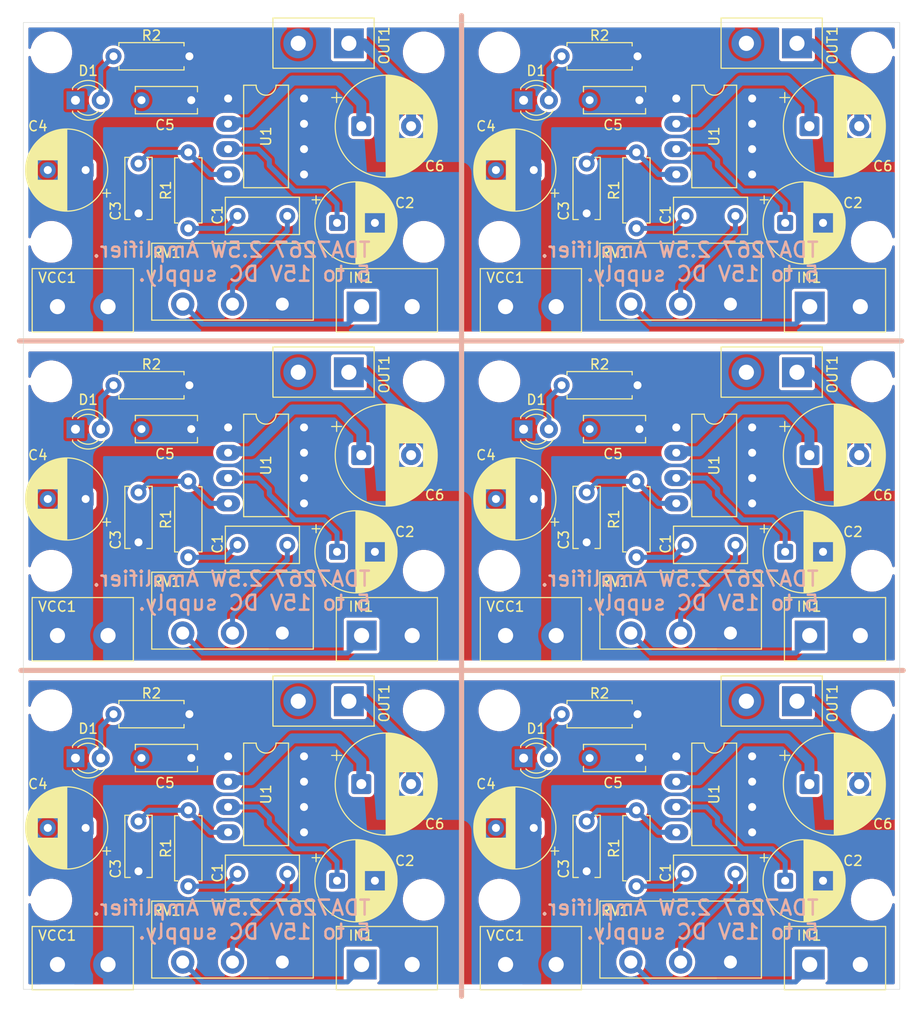
<source format=kicad_pcb>
(kicad_pcb (version 20241229) (generator "pcbnew") (generator_version "9.0")
  (layers (0 "F.Cu" signal) (2 "B.Cu" signal) (13 "F.Paste" user) (15 "B.Paste" user) (5 "F.SilkS" user "F.Silkscreen") (7 "B.SilkS" user "B.Silkscreen") (1 "F.Mask" user) (3 "B.Mask" user) (25 "Edge.Cuts" user))
  (net 0 "")
  (net 1 "Net-(C1-Pad2)")
  (net 2 "Net-(C1-Pad1)")
  (net 3 "GND")
  (net 4 "Net-(U1-SRV)")
  (net 5 "Net-(U1-In)")
  (net 6 "Net-(U1-Out)")
  (net 7 "Net-(OUT1-Pin_1)")
  (net 8 "Net-(D1-A)")
  (net 9 "Net-(IN1-Pin_1)")
  (net 10 "/VCC")
  (footprint "MountingHole:MountingHole_2.2mm_M2" (layer "F.Cu") (at 122.95 96.65)
    (property "Reference" "H4" (hide yes))
    (property "Value" "MountingHole")
  )
  (footprint "Potentiometer_THT:Potentiometer_Piher_T-16H_Single_Horizontal" (layer "F.Cu") (at 143.75 102.9 -90)
    (property "Reference" "RV1")
    (property "Value" "R_Potentiometer")
  )
  (footprint "Resistor_THT:R_Axial_DIN0207_L6.3mm_D2.5mm_P7.62mm_Horizontal" (layer "F.Cu") (at 144.31 128.2975 90)
    (property "Reference" "R1")
    (property "Value" "1K")
  )
  (footprint "TerminalBlock:TerminalBlock_bornier-2_P5.08mm" (layer "F.Cu") (at 161.71 70.15)
    (property "Reference" "IN1")
    (property "Value" "Conn_01x02_Pin")
  )
  (footprint "MountingHole:MountingHole_2.2mm_M2" (layer "F.Cu") (at 85.55 96.65)
    (property "Reference" "H3" (hide yes))
    (property "Value" "MountingHole")
  )
  (footprint "Capacitor_THT:CP_Radial_D8.0mm_P3.80mm" (layer "F.Cu") (at 114.247349 61.75)
    (property "Reference" "C2")
    (property "Value" "47uF")
  )
  (footprint "TerminalBlock:TerminalBlock_bornier-2_P5.08mm" (layer "F.Cu") (at 115.43 76.7375 180)
    (property "Reference" "OUT1")
    (property "Value" "Conn_01x02_Pin")
  )
  (footprint "Capacitor_THT:CP_Radial_D8.0mm_P3.80mm" (layer "F.Cu") (at 114.247349 94.75)
    (property "Reference" "C2")
    (property "Value" "47uF")
  )
  (footprint "MountingHole:MountingHole_2.2mm_M2" (layer "F.Cu") (at 167.95 44.65)
    (property "Reference" "H2" (hide yes))
    (property "Value" "MountingHole")
  )
  (footprint "TerminalBlock:TerminalBlock_bornier-2_P5.08mm" (layer "F.Cu") (at 160.43 76.7375 180)
    (property "Reference" "OUT1")
    (property "Value" "Conn_01x02_Pin")
  )
  (footprint "MountingHole:MountingHole_2.2mm_M2" (layer "F.Cu") (at 85.55 77.65)
    (property "Reference" "H1" (hide yes))
    (property "Value" "MountingHole")
  )
  (footprint "TerminalBlock:TerminalBlock_bornier-2_P5.08mm" (layer "F.Cu") (at 86.17 136.15)
    (property "Reference" "VCC1")
    (property "Value" "Conn_01x02_Pin")
  )
  (footprint "Capacitor_THT:CP_Radial_D8.0mm_P3.80mm" (layer "F.Cu") (at 134 56.45 180)
    (property "Reference" "C4")
    (property "Value" "100uF")
  )
  (footprint "Resistor_THT:R_Axial_DIN0207_L6.3mm_D2.5mm_P7.62mm_Horizontal" (layer "F.Cu") (at 99.31 128.2975 90)
    (property "Reference" "R1")
    (property "Value" "1K")
  )
  (footprint "MountingHole:MountingHole_2.2mm_M2" (layer "F.Cu") (at 167.95 77.65)
    (property "Reference" "H2" (hide yes))
    (property "Value" "MountingHole")
  )
  (footprint "Package_DIP:DIP-8_W7.62mm_LongPads" (layer "F.Cu") (at 103.31 82.27)
    (property "Reference" "U1")
    (property "Value" "TDA7267")
  )
  (footprint "LED_THT:LED_D3.0mm" (layer "F.Cu") (at 87.98 82.45)
    (property "Reference" "D1")
    (property "Value" "LED")
  )
  (footprint "Package_DIP:DIP-8_W7.62mm_LongPads" (layer "F.Cu") (at 103.31 49.27)
    (property "Reference" "U1")
    (property "Value" "TDA7267")
  )
  (footprint "Capacitor_THT:C_Rect_L7.2mm_W3.5mm_P5.00mm_FKS2_FKP2_MKS2_MKP2" (layer "F.Cu") (at 154.25 94.05 180)
    (property "Reference" "C1")
    (property "Value" "1uF")
  )
  (footprint "Capacitor_THT:CP_Radial_D10.0mm_P5.00mm" (layer "F.Cu") (at 116.682323 52.05)
    (property "Reference" "C6")
    (property "Value" "1000uF")
  )
  (footprint "MountingHole:MountingHole_2.2mm_M2" (layer "F.Cu") (at 130.55 77.65)
    (property "Reference" "H1" (hide yes))
    (property "Value" "MountingHole")
  )
  (footprint "Capacitor_THT:CP_Radial_D8.0mm_P3.80mm" (layer "F.Cu") (at 159.247349 127.75)
    (property "Reference" "C2")
    (property "Value" "47uF")
  )
  (footprint "LED_THT:LED_D3.0mm" (layer "F.Cu") (at 132.98 49.45)
    (property "Reference" "D1")
    (property "Value" "LED")
  )
  (footprint "Capacitor_THT:C_Disc_D6.0mm_W2.5mm_P5.00mm" (layer "F.Cu") (at 139.61 49.4375)
    (property "Reference" "C5")
    (property "Value" "100nF")
  )
  (footprint "MountingHole:MountingHole_2.2mm_M2" (layer "F.Cu") (at 85.55 63.65)
    (property "Reference" "H3" (hide yes))
    (property "Value" "MountingHole")
  )
  (footprint "Resistor_THT:R_Axial_DIN0207_L6.3mm_D2.5mm_P7.62mm_Horizontal" (layer "F.Cu") (at 144.31 95.2975 90)
    (property "Reference" "R1")
    (property "Value" "1K")
  )
  (footprint "Capacitor_THT:CP_Radial_D8.0mm_P3.80mm" (layer "F.Cu") (at 89 56.45 180)
    (property "Reference" "C4")
    (property "Value" "100uF")
  )
  (footprint "MountingHole:MountingHole_2.2mm_M2" (layer "F.Cu") (at 122.95 77.65)
    (property "Reference" "H2" (hide yes))
    (property "Value" "MountingHole")
  )
  (footprint "TerminalBlock:TerminalBlock_bornier-2_P5.08mm" (layer "F.Cu") (at 160.43 43.7375 180)
    (property "Reference" "OUT1")
    (property "Value" "Conn_01x02_Pin")
  )
  (footprint "MountingHole:MountingHole_2.2mm_M2" (layer "F.Cu") (at 130.55 129.65)
    (property "Reference" "H3" (hide yes))
    (property "Value" "MountingHole")
  )
  (footprint "Potentiometer_THT:Potentiometer_Piher_T-16H_Single_Horizontal" (layer "F.Cu") (at 98.75 69.9 -90)
    (property "Reference" "RV1")
    (property "Value" "R_Potentiometer")
  )
  (footprint "MountingHole:MountingHole_2.2mm_M2" (layer "F.Cu") (at 85.55 44.65)
    (property "Reference" "H1" (hide yes))
    (property "Value" "MountingHole")
  )
  (footprint "MountingHole:MountingHole_2.2mm_M2" (layer "F.Cu") (at 130.55 110.65)
    (property "Reference" "H1" (hide yes))
    (property "Value" "MountingHole")
  )
  (footprint "TerminalBlock:TerminalBlock_bornier-2_P5.08mm" (layer "F.Cu") (at 131.17 103.15)
    (property "Reference" "VCC1")
    (property "Value" "Conn_01x02_Pin")
  )
  (footprint "Potentiometer_THT:Potentiometer_Piher_T-16H_Single_Horizontal" (layer "F.Cu") (at 98.75 135.9 -90)
    (property "Reference" "RV1")
    (property "Value" "R_Potentiometer")
  )
  (footprint "MountingHole:MountingHole_2.2mm_M2" (layer "F.Cu") (at 122.95 63.65)
    (property "Reference" "H4" (hide yes))
    (property "Value" "MountingHole")
  )
  (footprint "MountingHole:MountingHole_2.2mm_M2" (layer "F.Cu") (at 122.95 110.65)
    (property "Reference" "H2" (hide yes))
    (property "Value" "MountingHole")
  )
  (footprint "TerminalBlock:TerminalBlock_bornier-2_P5.08mm" (layer "F.Cu") (at 115.43 43.7375 180)
    (property "Reference" "OUT1")
    (property "Value" "Conn_01x02_Pin")
  )
  (footprint "TerminalBlock:TerminalBlock_bornier-2_P5.08mm" (layer "F.Cu") (at 131.17 136.15)
    (property "Reference" "VCC1")
    (property "Value" "Conn_01x02_Pin")
  )
  (footprint "Resistor_THT:R_Axial_DIN0207_L6.3mm_D2.5mm_P7.62mm_Horizontal" (layer "F.Cu") (at 91.8 78.0375)
    (property "Reference" "R2")
    (property "Value" "1K")
  )
  (footprint "Package_DIP:DIP-8_W7.62mm_LongPads" (layer "F.Cu") (at 148.31 82.27)
    (property "Reference" "U1")
    (property "Value" "TDA7267")
  )
  (footprint "Capacitor_THT:C_Rect_L7.2mm_W3.5mm_P5.00mm_FKS2_FKP2_MKS2_MKP2" (layer "F.Cu") (at 109.25 61.05 180)
    (property "Reference" "C1")
    (property "Value" "1uF")
  )
  (footprint "Capacitor_THT:CP_Radial_D8.0mm_P3.80mm" (layer "F.Cu") (at 89 122.45 180)
    (property "Reference" "C4")
    (property "Value" "100uF")
  )
  (footprint "Capacitor_THT:CP_Radial_D8.0mm_P3.80mm" (layer "F.Cu") (at 159.247349 94.75)
    (property "Reference" "C2")
    (property "Value" "47uF")
  )
  (footprint "Capacitor_THT:C_Rect_L7.2mm_W3.5mm_P5.00mm_FKS2_FKP2_MKS2_MKP2" (layer "F.Cu") (at 154.25 61.05 180)
    (property "Reference" "C1")
    (property "Value" "1uF")
  )
  (footprint "TerminalBlock:TerminalBlock_bornier-2_P5.08mm" (layer "F.Cu") (at 86.17 103.15)
    (property "Reference" "VCC1")
    (property "Value" "Conn_01x02_Pin")
  )
  (footprint "Resistor_THT:R_Axial_DIN0207_L6.3mm_D2.5mm_P7.62mm_Horizontal" (layer "F.Cu") (at 91.8 45.0375)
    (property "Reference" "R2")
    (property "Value" "1K")
  )
  (footprint "Potentiometer_THT:Potentiometer_Piher_T-16H_Single_Horizontal" (layer "F.Cu") (at 143.75 69.9 -90)
    (property "Reference" "RV1")
    (property "Value" "R_Potentiometer")
  )
  (footprint "TerminalBlock:TerminalBlock_bornier-2_P5.08mm" (layer "F.Cu") (at 116.71 70.15)
    (property "Reference" "IN1")
    (property "Value" "Conn_01x02_Pin")
  )
  (footprint "TerminalBlock:TerminalBlock_bornier-2_P5.08mm" (layer "F.Cu") (at 116.71 103.15)
    (property "Reference" "IN1")
    (property "Value" "Conn_01x02_Pin")
  )
  (footprint "Resistor_THT:R_Axial_DIN0207_L6.3mm_D2.5mm_P7.62mm_Horizontal" (layer "F.Cu") (at 136.8 111.0375)
    (property "Reference" "R2")
    (property "Value" "1K")
  )
  (footprint "Resistor_THT:R_Axial_DIN0207_L6.3mm_D2.5mm_P7.62mm_Horizontal" (layer "F.Cu") (at 99.31 62.2975 90)
    (property "Reference" "R1")
    (property "Value" "1K")
  )
  (footprint "Capacitor_THT:C_Rect_L7.2mm_W3.5mm_P5.00mm_FKS2_FKP2_MKS2_MKP2" (layer "F.Cu") (at 109.25 127.05 180)
    (property "Reference" "C1")
    (property "Value" "1uF")
  )
  (footprint "Potentiometer_THT:Potentiometer_Piher_T-16H_Single_Horizontal" (layer "F.Cu") (at 98.75 102.9 -90)
    (property "Reference" "RV1")
    (property "Value" "R_Potentiometer")
  )
  (footprint "Capacitor_THT:C_Disc_D6.0mm_W2.5mm_P5.00mm" (layer "F.Cu") (at 139.61 115.4375)
    (property "Reference" "C5")
    (property "Value" "100nF")
  )
  (footprint "Capacitor_THT:C_Rect_L7.2mm_W3.5mm_P5.00mm_FKS2_FKP2_MKS2_MKP2" (layer "F.Cu") (at 154.25 127.05 180)
    (property "Reference" "C1")
    (property "Value" "1uF")
  )
  (footprint "Capacitor_THT:CP_Radial_D8.0mm_P3.80mm" (layer "F.Cu") (at 89 89.45 180)
    (property "Reference" "C4")
    (property "Value" "100uF")
  )
  (footprint "Capacitor_THT:C_Disc_D6.0mm_W2.5mm_P5.00mm" (layer "F.Cu") (at 94.61 82.4375)
    (property "Reference" "C5")
    (property "Value" "100nF")
  )
  (footprint "MountingHole:MountingHole_2.2mm_M2" (layer "F.Cu") (at 167.95 129.65)
    (property "Reference" "H4" (hide yes))
    (property "Value" "MountingHole")
  )
  (footprint "LED_THT:LED_D3.0mm" (layer "F.Cu") (at 132.98 115.45)
    (property "Reference" "D1")
    (property "Value" "LED")
  )
  (footprint "Capacitor_THT:C_Disc_D6.0mm_W2.5mm_P5.00mm" (layer "F.Cu") (at 139.31 60.7975 90)
    (property "Reference" "C3")
    (property "Value" "470pF")
  )
  (footprint "Resistor_THT:R_Axial_DIN0207_L6.3mm_D2.5mm_P7.62mm_Horizontal" (layer "F.Cu") (at 136.8 78.0375)
    (property "Reference" "R2")
    (property "Value" "1K")
  )
  (footprint "Potentiometer_THT:Potentiometer_Piher_T-16H_Single_Horizontal" (layer "F.Cu") (at 143.75 135.9 -90)
    (property "Reference" "RV1")
    (property "Value" "R_Potentiometer")
  )
  (footprint "TerminalBlock:TerminalBlock_bornier-2_P5.08mm" (layer "F.Cu") (at 86.17 70.15)
    (property "Reference" "VCC1")
    (property "Value" "Conn_01x02_Pin")
  )
  (footprint "Capacitor_THT:C_Disc_D6.0mm_W2.5mm_P5.00mm" (layer "F.Cu") (at 94.31 126.7975 90)
    (property "Reference" "C3")
    (property "Value" "470pF")
  )
  (footprint "TerminalBlock:TerminalBlock_bornier-2_P5.08mm" (layer "F.Cu") (at 160.43 109.7375 180)
    (property "Reference" "OUT1")
    (property "Value" "Conn_01x02_Pin")
  )
  (footprint "LED_THT:LED_D3.0mm" (layer "F.Cu") (at 132.98 82.45)
    (property "Reference" "D1")
    (property "Value" "LED")
  )
  (footprint "MountingHole:MountingHole_2.2mm_M2" (layer "F.Cu") (at 122.95 129.65)
    (property "Reference" "H4" (hide yes))
    (property "Value" "MountingHole")
  )
  (footprint "Capacitor_THT:C_Disc_D6.0mm_W2.5mm_P5.00mm" (layer "F.Cu") (at 139.31 93.7975 90)
    (property "Reference" "C3")
    (property "Value" "470pF")
  )
  (footprint "Package_DIP:DIP-8_W7.62mm_LongPads" (layer "F.Cu") (at 148.31 49.27)
    (property "Reference" "U1")
    (property "Value" "TDA7267")
  )
  (footprint "Capacitor_THT:C_Disc_D6.0mm_W2.5mm_P5.00mm" (layer "F.Cu") (at 139.31 126.7975 90)
    (property "Reference" "C3")
    (property "Value" "470pF")
  )
  (footprint "TerminalBlock:TerminalBlock_bornier-2_P5.08mm" (layer "F.Cu") (at 161.71 136.15)
    (property "Reference" "IN1")
    (property "Value" "Conn_01x02_Pin")
  )
  (footprint "Resistor_THT:R_Axial_DIN0207_L6.3mm_D2.5mm_P7.62mm_Horizontal" (layer "F.Cu") (at 144.31 62.2975 90)
    (property "Reference" "R1")
    (property "Value" "1K")
  )
  (footprint "Resistor_THT:R_Axial_DIN0207_L6.3mm_D2.5mm_P7.62mm_Horizontal" (layer "F.Cu") (at 91.8 111.0375)
    (property "Reference" "R2")
    (property "Value" "1K")
  )
  (footprint "MountingHole:MountingHole_2.2mm_M2" (layer "F.Cu") (at 167.95 96.65)
    (property "Reference" "H4" (hide yes))
    (property "Value" "MountingHole")
  )
  (footprint "Capacitor_THT:CP_Radial_D8.0mm_P3.80mm" (layer "F.Cu") (at 159.247349 61.75)
    (property "Reference" "C2")
    (property "Value" "47uF")
  )
  (footprint "Capacitor_THT:CP_Radial_D10.0mm_P5.00mm" (layer "F.Cu") (at 161.682323 85.05)
    (property "Reference" "C6")
    (property "Value" "1000uF")
  )
  (footprint "Package_DIP:DIP-8_W7.62mm_LongPads" (layer "F.Cu") (at 148.31 115.27)
    (property "Reference" "U1")
    (property "Value" "TDA7267")
  )
  (footprint "TerminalBlock:TerminalBlock_bornier-2_P5.08mm" (layer "F.Cu") (at 115.43 109.7375 180)
    (property "Reference" "OUT1")
    (property "Value" "Conn_01x02_Pin")
  )
  (footprint "Capacitor_THT:C_Disc_D6.0mm_W2.5mm_P5.00mm" (layer "F.Cu") (at 139.61 82.4375)
    (property "Reference" "C5")
    (property "Value" "100nF")
  )
  (footprint "Capacitor_THT:CP_Radial_D8.0mm_P3.80mm" (layer "F.Cu") (at 134 89.45 180)
    (property "Reference" "C4")
    (property "Value" "100uF")
  )
  (footprint "Capacitor_THT:C_Rect_L7.2mm_W3.5mm_P5.00mm_FKS2_FKP2_MKS2_MKP2" (layer "F.Cu") (at 109.25 94.05 180)
    (property "Reference" "C1")
    (property "Value" "1uF")
  )
  (footprint "Capacitor_THT:CP_Radial_D8.0mm_P3.80mm" (layer "F.Cu") (at 114.247349 127.75)
    (property "Reference" "C2")
    (property "Value" "47uF")
  )
  (footprint "TerminalBlock:TerminalBlock_bornier-2_P5.08mm" (layer "F.Cu") (at 131.17 70.15)
    (property "Reference" "VCC1")
    (property "Value" "Conn_01x02_Pin")
  )
  (footprint "MountingHole:MountingHole_2.2mm_M2" (layer "F.Cu") (at 130.55 44.65)
    (property "Reference" "H1" (hide yes))
    (property "Value" "MountingHole")
  )
  (footprint "MountingHole:MountingHole_2.2mm_M2" (layer "F.Cu") (at 167.95 110.65)
    (property "Reference" "H2" (hide yes))
    (property "Value" "MountingHole")
  )
  (footprint "TerminalBlock:TerminalBlock_bornier-2_P5.08mm" (layer "F.Cu") (at 116.71 136.15)
    (property "Reference" "IN1")
    (property "Value" "Conn_01x02_Pin")
  )
  (footprint "Capacitor_THT:C_Disc_D6.0mm_W2.5mm_P5.00mm" (layer "F.Cu") (at 94.61 115.4375)
    (property "Reference" "C5")
    (property "Value" "100nF")
  )
  (footprint "MountingHole:MountingHole_2.2mm_M2" (layer "F.Cu") (at 130.55 63.65)
    (property "Reference" "H3" (hide yes))
    (property "Value" "MountingHole")
  )
  (footprint "MountingHole:MountingHole_2.2mm_M2" (layer "F.Cu") (at 85.55 129.65)
    (property "Reference" "H3" (hide yes))
    (property "Value" "MountingHole")
  )
  (footprint "Resistor_THT:R_Axial_DIN0207_L6.3mm_D2.5mm_P7.62mm_Horizontal" (layer "F.Cu") (at 136.8 45.0375)
    (property "Reference" "R2")
    (property "Value" "1K")
  )
  (footprint "MountingHole:MountingHole_2.2mm_M2" (layer "F.Cu") (at 122.95 44.65)
    (property "Reference" "H2" (hide yes))
    (property "Value" "MountingHole")
  )
  (footprint "LED_THT:LED_D3.0mm" (layer "F.Cu") (at 87.98 115.45)
    (property "Reference" "D1")
    (property "Value" "LED")
  )
  (footprint "LED_THT:LED_D3.0mm" (layer "F.Cu") (at 87.98 49.45)
    (property "Reference" "D1")
    (property "Value" "LED")
  )
  (footprint "Capacitor_THT:C_Disc_D6.0mm_W2.5mm_P5.00mm" (layer "F.Cu") (at 94.61 49.4375)
    (property "Reference" "C5")
    (property "Value" "100nF")
  )
  (footprint "Capacitor_THT:CP_Radial_D10.0mm_P5.00mm" (layer "F.Cu") (at 116.682323 118.05)
    (property "Reference" "C6")
    (property "Value" "1000uF")
  )
  (footprint "Capacitor_THT:C_Disc_D6.0mm_W2.5mm_P5.00mm" (layer "F.Cu") (at 94.31 60.7975 90)
    (property "Reference" "C3")
    (property "Value" "470pF")
  )
  (footprint "Package_DIP:DIP-8_W7.62mm_LongPads" (layer "F.Cu") (at 103.31 115.27)
    (property "Reference" "U1")
    (property "Value" "TDA7267")
  )
  (footprint "Capacitor_THT:C_Disc_D6.0mm_W2.5mm_P5.00mm" (layer "F.Cu") (at 94.31 93.7975 90)
    (property "Reference" "C3")
    (property "Value" "470pF")
  )
  (footprint "Capacitor_THT:CP_Radial_D8.0mm_P3.80mm" (layer "F.Cu") (at 134 122.45 180)
    (property "Reference" "C4")
    (property "Value" "100uF")
  )
  (footprint "TerminalBlock:TerminalBlock_bornier-2_P5.08mm" (layer "F.Cu") (at 161.71 103.15)
    (property "Reference" "IN1")
    (property "Value" "Conn_01x02_Pin")
  )
  (footprint "Capacitor_THT:CP_Radial_D10.0mm_P5.00mm" (layer "F.Cu") (at 161.682323 118.05)
    (property "Reference" "C6")
    (property "Value" "1000uF")
  )
  (footprint "MountingHole:MountingHole_2.2mm_M2" (layer "F.Cu") (at 130.55 96.65)
    (property "Reference" "H3" (hide yes))
    (property "Value" "MountingHole")
  )
  (footprint "Resistor_THT:R_Axial_DIN0207_L6.3mm_D2.5mm_P7.62mm_Horizontal" (layer "F.Cu") (at 99.31 95.2975 90)
    (property "Reference" "R1")
    (property "Value" "1K")
  )
  (footprint "MountingHole:MountingHole_2.2mm_M2" (layer "F.Cu") (at 85.55 110.65)
    (property "Reference" "H1" (hide yes))
    (property "Value" "MountingHole")
  )
  (footprint "MountingHole:MountingHole_2.2mm_M2" (layer "F.Cu") (at 167.95 63.65)
    (property "Reference" "H4" (hide yes))
    (property "Value" "MountingHole")
  )
  (footprint "Capacitor_THT:CP_Radial_D10.0mm_P5.00mm" (layer "F.Cu") (at 116.682323 85.05)
    (property "Reference" "C6")
    (property "Value" "1000uF")
  )
  (footprint "Capacitor_THT:CP_Radial_D10.0mm_P5.00mm" (layer "F.Cu") (at 161.682323 52.05)
    (property "Reference" "C6")
    (property "Value" "1000uF")
  )
  (gr_line (start 82.35 73.595455) (end 170.95 73.595455) (stroke (width 0.5)) (layer "F.SilkS"))
  (gr_line (start 126.75 40.945455) (end 126.75 139.345455) (stroke (width 0.5)) (layer "F.SilkS"))
  (gr_line (start 82.5 106.645455) (end 171.1 106.645455) (stroke (width 0.5)) (layer "F.SilkS"))
  (gr_line (start 82.5 106.645455) (end 171.1 106.645455) (stroke (width 0.5)) (layer "B.SilkS"))
  (gr_line (start 126.75 40.945455) (end 126.75 139.345455) (stroke (width 0.5)) (layer "B.SilkS"))
  (gr_line (start 82.35 73.595455) (end 170.95 73.595455) (stroke (width 0.5)) (layer "B.SilkS"))
  (gr_rect (start 82.75 41.645455) (end 170.75 138.645455) (stroke (width 0.05)) (fill no) (layer "Edge.Cuts"))
  (gr_text "TDA7267 2.5W Amplifier.\n5 to 15V DC supply." (at 162.75 67.75 0) (layer "B.SilkS") (effects (font (size 1.5 1.5) (thickness 0.25) (bold yes)) (justify left bottom mirror)))
  (gr_text "TDA7267 2.5W Amplifier.\n5 to 15V DC supply." (at 162.75 100.75 0) (layer "B.SilkS") (effects (font (size 1.5 1.5) (thickness 0.25) (bold yes)) (justify left bottom mirror)))
  (gr_text "TDA7267 2.5W Amplifier.\n5 to 15V DC supply." (at 117.75 100.75 0) (layer "B.SilkS") (effects (font (size 1.5 1.5) (thickness 0.25) (bold yes)) (justify left bottom mirror)))
  (gr_text "TDA7267 2.5W Amplifier.\n5 to 15V DC supply." (at 162.75 133.75 0) (layer "B.SilkS") (effects (font (size 1.5 1.5) (thickness 0.25) (bold yes)) (justify left bottom mirror)))
  (gr_text "TDA7267 2.5W Amplifier.\n5 to 15V DC supply." (at 117.75 133.75 0) (layer "B.SilkS") (effects (font (size 1.5 1.5) (thickness 0.25) (bold yes)) (justify left bottom mirror)))
  (gr_text "TDA7267 2.5W Amplifier.\n5 to 15V DC supply." (at 117.75 67.75 0) (layer "B.SilkS") (effects (font (size 1.5 1.5) (thickness 0.25) (bold yes)) (justify left bottom mirror)))
  (segment (start 99.31 62.2975) (end 103.0025 62.2975) (width 0.5) (layer "B.Cu") (net 1))
  (segment (start 148.0025 62.2975) (end 149.25 61.05) (width 0.5) (layer "B.Cu") (net 1))
  (segment (start 144.31 128.2975) (end 148.0025 128.2975) (width 0.5) (layer "B.Cu") (net 1))
  (segment (start 144.31 95.2975) (end 148.0025 95.2975) (width 0.5) (layer "B.Cu") (net 1))
  (segment (start 103.0025 62.2975) (end 104.25 61.05) (width 0.5) (layer "B.Cu") (net 1))
  (segment (start 103.0025 95.2975) (end 104.25 94.05) (width 0.5) (layer "B.Cu") (net 1))
  (segment (start 99.31 95.2975) (end 103.0025 95.2975) (width 0.5) (layer "B.Cu") (net 1))
  (segment (start 148.0025 128.2975) (end 149.25 127.05) (width 0.5) (layer "B.Cu") (net 1))
  (segment (start 148.0025 95.2975) (end 149.25 94.05) (width 0.5) (layer "B.Cu") (net 1))
  (segment (start 103.0025 128.2975) (end 104.25 127.05) (width 0.5) (layer "B.Cu") (net 1))
  (segment (start 99.31 128.2975) (end 103.0025 128.2975) (width 0.5) (layer "B.Cu") (net 1))
  (segment (start 144.31 62.2975) (end 148.0025 62.2975) (width 0.5) (layer "B.Cu") (net 1))
  (segment (start 148.75 68.05) (end 154.25 62.55) (width 0.5) (layer "B.Cu") (net 2))
  (segment (start 148.75 135.9) (end 148.75 134.05) (width 0.5) (layer "B.Cu") (net 2))
  (segment (start 154.25 95.55) (end 154.25 94.05) (width 0.5) (layer "B.Cu") (net 2))
  (segment (start 148.75 134.05) (end 154.25 128.55) (width 0.5) (layer "B.Cu") (net 2))
  (segment (start 103.75 134.05) (end 109.25 128.55) (width 0.5) (layer "B.Cu") (net 2))
  (segment (start 103.75 101.05) (end 109.25 95.55) (width 0.5) (layer "B.Cu") (net 2))
  (segment (start 109.25 95.55) (end 109.25 94.05) (width 0.5) (layer "B.Cu") (net 2))
  (segment (start 148.75 101.05) (end 154.25 95.55) (width 0.5) (layer "B.Cu") (net 2))
  (segment (start 109.25 128.55) (end 109.25 127.05) (width 0.5) (layer "B.Cu") (net 2))
  (segment (start 103.75 102.9) (end 103.75 101.05) (width 0.5) (layer "B.Cu") (net 2))
  (segment (start 148.75 102.9) (end 148.75 101.05) (width 0.5) (layer "B.Cu") (net 2))
  (segment (start 103.75 68.05) (end 109.25 62.55) (width 0.5) (layer "B.Cu") (net 2))
  (segment (start 154.25 62.55) (end 154.25 61.05) (width 0.5) (layer "B.Cu") (net 2))
  (segment (start 148.75 69.9) (end 148.75 68.05) (width 0.5) (layer "B.Cu") (net 2))
  (segment (start 103.75 135.9) (end 103.75 134.05) (width 0.5) (layer "B.Cu") (net 2))
  (segment (start 103.75 69.9) (end 103.75 68.05) (width 0.5) (layer "B.Cu") (net 2))
  (segment (start 154.25 128.55) (end 154.25 127.05) (width 0.5) (layer "B.Cu") (net 2))
  (segment (start 109.25 62.55) (end 109.25 61.05) (width 0.5) (layer "B.Cu") (net 2))
  (segment (start 154.996555 58.55) (end 152.45 56.003445) (width 0.5) (layer "B.Cu") (net 4))
  (segment (start 107.45 121.45) (end 107.45 121.85) (width 0.5) (layer "B.Cu") (net 4))
  (segment (start 159.247349 61.75) (end 159.247349 59.847349) (width 0.5) (layer "B.Cu") (net 4))
  (segment (start 114.247349 61.75) (end 114.247349 59.847349) (width 0.5) (layer "B.Cu") (net 4))
  (segment (start 152.45 55.45) (end 152.45 55.85) (width 0.5) (layer "B.Cu") (net 4))
  (segment (start 159.247349 127.75) (end 159.247349 125.847349) (width 0.5) (layer "B.Cu") (net 4))
  (segment (start 112.95 58.55) (end 109.996555 58.55) (width 0.5) (layer "B.Cu") (net 4))
  (segment (start 151.35 54.35) (end 152.45 55.45) (width 0.5) (layer "B.Cu") (net 4))
  (segment (start 148.31 54.35) (end 151.35 54.35) (width 0.5) (layer "B.Cu") (net 4))
  (segment (start 154.996555 91.55) (end 152.45 89.003445) (width 0.5) (layer "B.Cu") (net 4))
  (segment (start 157.95 91.55) (end 154.996555 91.55) (width 0.5) (layer "B.Cu") (net 4))
  (segment (start 152.45 56.003445) (end 152.45 55.85) (width 0.5) (layer "B.Cu") (net 4))
  (segment (start 157.95 58.55) (end 154.996555 58.55) (width 0.5) (layer "B.Cu") (net 4))
  (segment (start 107.45 89.003445) (end 107.45 88.85) (width 0.5) (layer "B.Cu") (net 4))
  (segment (start 152.45 88.45) (end 152.45 88.85) (width 0.5) (layer "B.Cu") (net 4))
  (segment (start 107.45 55.45) (end 107.45 55.85) (width 0.5) (layer "B.Cu") (net 4))
  (segment (start 151.35 87.35) (end 152.45 88.45) (width 0.5) (layer "B.Cu") (net 4))
  (segment (start 114.247349 125.847349) (end 112.95 124.55) (width 0.5) (layer "B.Cu") (net 4))
  (segment (start 106.35 54.35) (end 107.45 55.45) (width 0.5) (layer "B.Cu") (net 4))
  (segment (start 148.31 87.35) (end 151.35 87.35) (width 0.5) (layer "B.Cu") (net 4))
  (segment (start 112.95 124.55) (end 109.996555 124.55) (width 0.5) (layer "B.Cu") (net 4))
  (segment (start 109.996555 58.55) (end 107.45 56.003445) (width 0.5) (layer "B.Cu") (net 4))
  (segment (start 159.247349 125.847349) (end 157.95 124.55) (width 0.5) (layer "B.Cu") (net 4))
  (segment (start 114.247349 127.75) (end 114.247349 125.847349) (width 0.5) (layer "B.Cu") (net 4))
  (segment (start 107.45 56.003445) (end 107.45 55.85) (width 0.5) (layer "B.Cu") (net 4))
  (segment (start 107.45 88.45) (end 107.45 88.85) (width 0.5) (layer "B.Cu") (net 4))
  (segment (start 151.35 120.35) (end 152.45 121.45) (width 0.5) (layer "B.Cu") (net 4))
  (segment (start 148.31 120.35) (end 151.35 120.35) (width 0.5) (layer "B.Cu") (net 4))
  (segment (start 103.31 54.35) (end 106.35 54.35) (width 0.5) (layer "B.Cu") (net 4))
  (segment (start 114.247349 92.847349) (end 112.95 91.55) (width 0.5) (layer "B.Cu") (net 4))
  (segment (start 109.996555 91.55) (end 107.45 89.003445) (width 0.5) (layer "B.Cu") (net 4))
  (segment (start 103.31 120.35) (end 106.35 120.35) (width 0.5) (layer "B.Cu") (net 4))
  (segment (start 106.35 120.35) (end 107.45 121.45) (width 0.5) (layer "B.Cu") (net 4))
  (segment (start 106.35 87.35) (end 107.45 88.45) (width 0.5) (layer "B.Cu") (net 4))
  (segment (start 109.996555 124.55) (end 107.45 122.003445) (width 0.5) (layer "B.Cu") (net 4))
  (segment (start 114.247349 59.847349) (end 112.95 58.55) (width 0.5) (layer "B.Cu") (net 4))
  (segment (start 159.247349 94.75) (end 159.247349 92.847349) (width 0.5) (layer "B.Cu") (net 4))
  (segment (start 159.247349 92.847349) (end 157.95 91.55) (width 0.5) (layer "B.Cu") (net 4))
  (segment (start 103.31 87.35) (end 106.35 87.35) (width 0.5) (layer "B.Cu") (net 4))
  (segment (start 112.95 91.55) (end 109.996555 91.55) (width 0.5) (layer "B.Cu") (net 4))
  (segment (start 107.45 122.003445) (end 107.45 121.85) (width 0.5) (layer "B.Cu") (net 4))
  (segment (start 159.247349 59.847349) (end 157.95 58.55) (width 0.5) (layer "B.Cu") (net 4))
  (segment (start 157.95 124.55) (end 154.996555 124.55) (width 0.5) (layer "B.Cu") (net 4))
  (segment (start 152.45 121.45) (end 152.45 121.85) (width 0.5) (layer "B.Cu") (net 4))
  (segment (start 152.45 89.003445) (end 152.45 88.85) (width 0.5) (layer "B.Cu") (net 4))
  (segment (start 154.996555 124.55) (end 152.45 122.003445) (width 0.5) (layer "B.Cu") (net 4))
  (segment (start 152.45 122.003445) (end 152.45 121.85) (width 0.5) (layer "B.Cu") (net 4))
  (segment (start 114.247349 94.75) (end 114.247349 92.847349) (width 0.5) (layer "B.Cu") (net 4))
  (segment (start 99.31 54.6775) (end 101.5225 56.89) (width 0.5) (layer "B.Cu") (net 5))
  (segment (start 144.31 54.6775) (end 146.5225 56.89) (width 0.5) (layer "B.Cu") (net 5))
  (segment (start 95.15 54.95) (end 95.4225 54.6775) (width 0.5) (layer "B.Cu") (net 5))
  (segment (start 140.4225 87.6775) (end 144.31 87.6775) (width 0.5) (layer "B.Cu") (net 5))
  (segment (start 139.31 88.7975) (end 140.15 87.9575) (width 0.5) (layer "B.Cu") (net 5))
  (segment (start 144.31 120.6775) (end 146.5225 122.89) (width 0.5) (layer "B.Cu") (net 5))
  (segment (start 94.31 88.7975) (end 95.15 87.9575) (width 0.5) (layer "B.Cu") (net 5))
  (segment (start 140.15 54.95) (end 140.4225 54.6775) (width 0.5) (layer "B.Cu") (net 5))
  (segment (start 146.5225 122.89) (end 148.31 122.89) (width 0.5) (layer "B.Cu") (net 5))
  (segment (start 140.15 120.9575) (end 140.15 120.95) (width 0.5) (layer "B.Cu") (net 5))
  (segment (start 140.15 120.95) (end 140.4225 120.6775) (width 0.5) (layer "B.Cu") (net 5))
  (segment (start 99.31 87.6775) (end 101.5225 89.89) (width 0.5) (layer "B.Cu") (net 5))
  (segment (start 140.15 54.9575) (end 140.15 54.95) (width 0.5) (layer "B.Cu") (net 5))
  (segment (start 140.4225 120.6775) (end 144.31 120.6775) (width 0.5) (layer "B.Cu") (net 5))
  (segment (start 95.15 87.95) (end 95.4225 87.6775) (width 0.5) (layer "B.Cu") (net 5))
  (segment (start 140.15 87.9575) (end 140.15 87.95) (width 0.5) (layer "B.Cu") (net 5))
  (segment (start 139.31 55.7975) (end 140.15 54.9575) (width 0.5) (layer "B.Cu") (net 5))
  (segment (start 99.31 120.6775) (end 101.5225 122.89) (width 0.5) (layer "B.Cu") (net 5))
  (segment (start 101.5225 89.89) (end 103.31 89.89) (width 0.5) (layer "B.Cu") (net 5))
  (segment (start 95.15 120.95) (end 95.4225 120.6775) (width 0.5) (layer "B.Cu") (net 5))
  (segment (start 139.31 121.7975) (end 140.15 120.9575) (width 0.5) (layer "B.Cu") (net 5))
  (segment (start 95.4225 87.6775) (end 99.31 87.6775) (width 0.5) (layer "B.Cu") (net 5))
  (segment (start 95.4225 54.6775) (end 99.31 54.6775) (width 0.5) (layer "B.Cu") (net 5))
  (segment (start 140.15 87.95) (end 140.4225 87.6775) (width 0.5) (layer "B.Cu") (net 5))
  (segment (start 95.15 54.9575) (end 95.15 54.95) (width 0.5) (layer "B.Cu") (net 5))
  (segment (start 144.31 87.6775) (end 146.5225 89.89) (width 0.5) (layer "B.Cu") (net 5))
  (segment (start 101.5225 122.89) (end 103.31 122.89) (width 0.5) (layer "B.Cu") (net 5))
  (segment (start 94.31 121.7975) (end 95.15 120.9575) (width 0.5) (layer "B.Cu") (net 5))
  (segment (start 94.31 55.7975) (end 95.15 54.9575) (width 0.5) (layer "B.Cu") (net 5))
  (segment (start 146.5225 56.89) (end 148.31 56.89) (width 0.5) (layer "B.Cu") (net 5))
  (segment (start 101.5225 56.89) (end 103.31 56.89) (width 0.5) (layer "B.Cu") (net 5))
  (segment (start 95.15 120.9575) (end 95.15 120.95) (width 0.5) (layer "B.Cu") (net 5))
  (segment (start 140.4225 54.6775) (end 144.31 54.6775) (width 0.5) (layer "B.Cu") (net 5))
  (segment (start 95.15 87.9575) (end 95.15 87.95) (width 0.5) (layer "B.Cu") (net 5))
  (segment (start 95.4225 120.6775) (end 99.31 120.6775) (width 0.5) (layer "B.Cu") (net 5))
  (segment (start 146.5225 89.89) (end 148.31 89.89) (width 0.5) (layer "B.Cu") (net 5))
  (segment (start 116.682323 115.782323) (end 116.682323 118.05) (width 1) (layer "B.Cu") (net 6))
  (segment (start 150.59 117.663001) (end 148.456999 117.663001) (width 1) (layer "B.Cu") (net 6))
  (segment (start 154.784001 47.469) (end 150.59 51.663001) (width 1) (layer "B.Cu") (net 6))
  (segment (start 159.369 113.469) (end 161.682323 115.782323) (width 1) (layer "B.Cu") (net 6))
  (segment (start 116.682323 49.782323) (end 116.682323 52.05) (width 1) (layer "B.Cu") (net 6))
  (segment (start 114.369 80.469) (end 109.784001 80.469) (width 1) (layer "B.Cu") (net 6))
  (segment (start 109.784001 113.469) (end 105.59 117.663001) (width 1) (layer "B.Cu") (net 6))
  (segment (start 114.369 113.469) (end 116.682323 115.782323) (width 1) (layer "B.Cu") (net 6))
  (segment (start 148.456999 84.663001) (end 148.31 84.81) (width 1) (layer "B.Cu") (net 6))
  (segment (start 103.456999 84.663001) (end 103.31 84.81) (width 1) (layer "B.Cu") (net 6))
  (segment (start 109.784001 80.469) (end 105.59 84.663001) (width 1) (layer "B.Cu") (net 6))
  (segment (start 109.784001 47.469) (end 105.59 51.663001) (width 1) (layer "B.Cu") (net 6))
  (segment (start 114.369 47.469) (end 109.784001 47.469) (width 1) (layer "B.Cu") (net 6))
  (segment (start 114.369 113.469) (end 109.784001 113.469) (width 1) (layer "B.Cu") (net 6))
  (segment (start 148.456999 117.663001) (end 148.31 117.81) (width 1) (layer "B.Cu") (net 6))
  (segment (start 114.369 47.469) (end 116.682323 49.782323) (width 1) (layer "B.Cu") (net 6))
  (segment (start 105.59 84.663001) (end 103.456999 84.663001) (width 1) (layer "B.Cu") (net 6))
  (segment (start 159.369 80.469) (end 154.784001 80.469) (width 1) (layer "B.Cu") (net 6))
  (segment (start 159.369 47.469) (end 161.682323 49.782323) (width 1) (layer "B.Cu") (net 6))
  (segment (start 105.59 117.663001) (end 103.456999 117.663001) (width 1) (layer "B.Cu") (net 6))
  (segment (start 105.59 51.663001) (end 103.456999 51.663001) (width 1) (layer "B.Cu") (net 6))
  (segment (start 154.784001 113.469) (end 150.59 117.663001) (width 1) (layer "B.Cu") (net 6))
  (segment (start 154.784001 80.469) (end 150.59 84.663001) (width 1) (layer "B.Cu") (net 6))
  (segment (start 161.682323 82.782323) (end 161.682323 85.05) (width 1) (layer "B.Cu") (net 6))
  (segment (start 150.59 51.663001) (end 148.456999 51.663001) (width 1) (layer "B.Cu") (net 6))
  (segment (start 161.682323 49.782323) (end 161.682323 52.05) (width 1) (layer "B.Cu") (net 6))
  (segment (start 103.456999 117.663001) (end 103.31 117.81) (width 1) (layer "B.Cu") (net 6))
  (segment (start 159.369 80.469) (end 161.682323 82.782323) (width 1) (layer "B.Cu") (net 6))
  (segment (start 114.369 80.469) (end 116.682323 82.782323) (width 1) (layer "B.Cu") (net 6))
  (segment (start 150.59 84.663001) (end 148.456999 84.663001) (width 1) (layer "B.Cu") (net 6))
  (segment (start 148.456999 51.663001) (end 148.31 51.81) (width 1) (layer "B.Cu") (net 6))
  (segment (start 103.456999 51.663001) (end 103.31 51.81) (width 1) (layer "B.Cu") (net 6))
  (segment (start 159.369 113.469) (end 154.784001 113.469) (width 1) (layer "B.Cu") (net 6))
  (segment (start 116.682323 82.782323) (end 116.682323 85.05) (width 1) (layer "B.Cu") (net 6))
  (segment (start 159.369 47.469) (end 154.784001 47.469) (width 1) (layer "B.Cu") (net 6))
  (segment (start 161.682323 115.782323) (end 161.682323 118.05) (width 1) (layer "B.Cu") (net 6))
  (segment (start 121.682323 114.482323) (end 121.682323 118.05) (width 1) (layer "B.Cu") (net 7))
  (segment (start 116.9375 76.7375) (end 121.682323 81.482323) (width 1) (layer "B.Cu") (net 7))
  (segment (start 116.9375 43.7375) (end 115.43 43.7375) (width 1) (layer "B.Cu") (net 7))
  (segment (start 166.682323 81.482323) (end 166.682323 85.05) (width 1) (layer "B.Cu") (net 7))
  (segment (start 161.9375 43.7375) (end 160.43 43.7375) (width 1) (layer "B.Cu") (net 7))
  (segment (start 166.682323 114.482323) (end 166.682323 118.05) (width 1) (layer "B.Cu") (net 7))
  (segment (start 121.682323 81.482323) (end 121.682323 85.05) (width 1) (layer "B.Cu") (net 7))
  (segment (start 116.9375 109.7375) (end 115.43 109.7375) (width 1) (layer "B.Cu") (net 7))
  (segment (start 116.9375 109.7375) (end 121.682323 114.482323) (width 1) (layer "B.Cu") (net 7))
  (segment (start 161.9375 109.7375) (end 160.43 109.7375) (width 1) (layer "B.Cu") (net 7))
  (segment (start 121.682323 48.482323) (end 121.682323 52.05) (width 1) (layer "B.Cu") (net 7))
  (segment (start 116.9375 43.7375) (end 121.682323 48.482323) (width 1) (layer "B.Cu") (net 7))
  (segment (start 161.9375 76.7375) (end 166.682323 81.482323) (width 1) (layer "B.Cu") (net 7))
  (segment (start 166.682323 48.482323) (end 166.682323 52.05) (width 1) (layer "B.Cu") (net 7))
  (segment (start 161.9375 109.7375) (end 166.682323 114.482323) (width 1) (layer "B.Cu") (net 7))
  (segment (start 116.9375 76.7375) (end 115.43 76.7375) (width 1) (layer "B.Cu") (net 7))
  (segment (start 161.9375 43.7375) (end 166.682323 48.482323) (width 1) (layer "B.Cu") (net 7))
  (segment (start 161.9375 76.7375) (end 160.43 76.7375) (width 1) (layer "B.Cu") (net 7))
  (segment (start 90.52 82.45) (end 90.52 79.3175) (width 0.5) (layer "B.Cu") (net 8))
  (segment (start 135.52 112.3175) (end 136.8 111.0375) (width 0.5) (layer "B.Cu") (net 8))
  (segment (start 135.52 82.45) (end 135.52 79.3175) (width 0.5) (layer "B.Cu") (net 8))
  (segment (start 90.52 79.3175) (end 91.8 78.0375) (width 0.5) (layer "B.Cu") (net 8))
  (segment (start 90.52 112.3175) (end 91.8 111.0375) (width 0.5) (layer "B.Cu") (net 8))
  (segment (start 90.52 49.45) (end 90.52 46.3175) (width 0.5) (layer "B.Cu") (net 8))
  (segment (start 135.52 79.3175) (end 136.8 78.0375) (width 0.5) (layer "B.Cu") (net 8))
  (segment (start 135.52 115.45) (end 135.52 112.3175) (width 0.5) (layer "B.Cu") (net 8))
  (segment (start 90.52 115.45) (end 90.52 112.3175) (width 0.5) (layer "B.Cu") (net 8))
  (segment (start 90.52 46.3175) (end 91.8 45.0375) (width 0.5) (layer "B.Cu") (net 8))
  (segment (start 135.52 49.45) (end 135.52 46.3175) (width 0.5) (layer "B.Cu") (net 8))
  (segment (start 135.52 46.3175) (end 136.8 45.0375) (width 0.5) (layer "B.Cu") (net 8))
  (segment (start 160.301 137.899) (end 145.749 137.899) (width 0.5) (layer "B.Cu") (net 9))
  (segment (start 100.749 71.899) (end 98.75 69.9) (width 0.5) (layer "B.Cu") (net 9))
  (segment (start 100.749 104.899) (end 98.75 102.9) (width 0.5) (layer "B.Cu") (net 9))
  (segment (start 161.71 136.15) (end 161.71 136.49) (width 0.5) (layer "B.Cu") (net 9))
  (segment (start 161.71 103.49) (end 160.301 104.899) (width 0.5) (layer "B.Cu") (net 9))
  (segment (start 160.301 71.899) (end 145.749 71.899) (width 0.5) (layer "B.Cu") (net 9))
  (segment (start 116.71 136.15) (end 116.71 136.49) (width 0.5) (layer "B.Cu") (net 9))
  (segment (start 116.71 103.15) (end 116.71 103.49) (width 0.5) (layer "B.Cu") (net 9))
  (segment (start 145.749 71.899) (end 143.75 69.9) (width 0.5) (layer "B.Cu") (net 9))
  (segment (start 161.71 70.49) (end 160.301 71.899) (width 0.5) (layer "B.Cu") (net 9))
  (segment (start 160.301 104.899) (end 145.749 104.899) (width 0.5) (layer "B.Cu") (net 9))
  (segment (start 145.749 104.899) (end 143.75 102.9) (width 0.5) (layer "B.Cu") (net 9))
  (segment (start 115.301 104.899) (end 100.749 104.899) (width 0.5) (layer "B.Cu") (net 9))
  (segment (start 161.71 70.15) (end 161.71 70.49) (width 0.5) (layer "B.Cu") (net 9))
  (segment (start 145.749 137.899) (end 143.75 135.9) (width 0.5) (layer "B.Cu") (net 9))
  (segment (start 161.71 103.15) (end 161.71 103.49) (width 0.5) (layer "B.Cu") (net 9))
  (segment (start 161.71 136.49) (end 160.301 137.899) (width 0.5) (layer "B.Cu") (net 9))
  (segment (start 115.301 71.899) (end 100.749 71.899) (width 0.5) (layer "B.Cu") (net 9))
  (segment (start 116.71 103.49) (end 115.301 104.899) (width 0.5) (layer "B.Cu") (net 9))
  (segment (start 115.301 137.899) (end 100.749 137.899) (width 0.5) (layer "B.Cu") (net 9))
  (segment (start 116.71 136.49) (end 115.301 137.899) (width 0.5) (layer "B.Cu") (net 9))
  (segment (start 116.71 70.49) (end 115.301 71.899) (width 0.5) (layer "B.Cu") (net 9))
  (segment (start 100.749 137.899) (end 98.75 135.9) (width 0.5) (layer "B.Cu") (net 9))
  (segment (start 116.71 70.15) (end 116.71 70.49) (width 0.5) (layer "B.Cu") (net 9))
  (zone (net 3) (net_name "GND") (layer "F.Cu") (connect_pads yes (clearance 0.3)) (min_thickness 0.25) (fill yes (thermal_gap 0.5) (thermal_bridge_width 10))
    (polygon (pts (xy 80.75 107.65) (xy 172.75 107.65) (xy 172.75 138.65) (xy 80.75 138.65)))
  )
  (zone (net 3) (net_name "GND") (layer "F.Cu") (connect_pads yes (clearance 0.3)) (min_thickness 0.25) (fill yes (thermal_gap 0.5) (thermal_bridge_width 10))
    (polygon (pts (xy 80.75 41.65) (xy 172.8 41.65) (xy 172.8 72.65) (xy 80.75 72.65)))
  )
  (zone (net 3) (net_name "GND") (layer "F.Cu") (connect_pads yes (clearance 0.3)) (min_thickness 0.25) (fill yes (thermal_gap 0.5) (thermal_bridge_width 10))
    (polygon (pts (xy 80.75 74.65) (xy 172.85 74.65) (xy 172.85 105.65) (xy 80.75 105.65)))
  )
  (zone (net 3) (net_name "GND") (layer "B.Cu") (priority 1) (connect_pads yes (clearance 0.3)) (min_thickness 0.25) (fill yes (thermal_gap 0.5) (thermal_bridge_width 0.5))
    (polygon (pts (xy 135.75 105.65) (xy 135.75 85.15) (xy 150 85.15) (xy 155 80.4) (xy 159.5 80.4) (xy 161.75 82.9) (xy 162.25 89.65) (xy 172.25 89.65) (xy 172.25 105.65)))
  )
  (zone (net 3) (net_name "GND") (layer "B.Cu") (priority 1) (connect_pads yes (clearance 0.3)) (min_thickness 0.25) (fill yes (thermal_gap 0.5) (thermal_bridge_width 0.5))
    (polygon (pts (xy 90.75 72.65) (xy 90.75 52.15) (xy 105 52.15) (xy 110 47.4) (xy 114.5 47.4) (xy 116.75 49.9) (xy 117.25 56.65) (xy 126.75 56.65) (xy 126.75 72.65)))
  )
  (zone (net 10) (net_name "/VCC") (layer "B.Cu") (connect_pads yes (clearance 0.3)) (min_thickness 0.25) (fill yes (thermal_gap 0.5) (thermal_bridge_width 10))
    (polygon (pts (xy 80.75 107.65) (xy 172.25 107.65) (xy 172.25 138.65) (xy 80.75 138.65)))
  )
  (zone (net 10) (net_name "/VCC") (layer "B.Cu") (connect_pads yes (clearance 0.3)) (min_thickness 0.25) (fill yes (thermal_gap 0.5) (thermal_bridge_width 10))
    (polygon (pts (xy 80.75 74.65) (xy 172.35 74.65) (xy 172.35 105.65) (xy 80.75 105.65)))
  )
  (zone (net 3) (net_name "GND") (layer "B.Cu") (priority 1) (connect_pads yes (clearance 0.3)) (min_thickness 0.25) (fill yes (thermal_gap 0.5) (thermal_bridge_width 0.5))
    (polygon (pts (xy 90.75 105.65) (xy 90.75 85.15) (xy 105 85.15) (xy 110 80.4) (xy 114.5 80.4) (xy 116.75 82.9) (xy 117.25 89.65) (xy 126.75 89.65) (xy 126.75 105.65)))
  )
  (zone (net 3) (net_name "GND") (layer "B.Cu") (priority 1) (connect_pads yes (clearance 0.3)) (min_thickness 0.25) (fill yes (thermal_gap 0.5) (thermal_bridge_width 0.5))
    (polygon (pts (xy 90.75 138.65) (xy 90.75 118.15) (xy 105 118.15) (xy 110 113.4) (xy 114.5 113.4) (xy 116.75 115.9) (xy 117.25 122.65) (xy 126.75 122.65) (xy 126.75 138.65)))
  )
  (zone (net 3) (net_name "GND") (layer "B.Cu") (priority 1) (connect_pads yes (clearance 0.3)) (min_thickness 0.25) (fill yes (thermal_gap 0.5) (thermal_bridge_width 0.5))
    (polygon (pts (xy 135.75 138.65) (xy 135.75 118.15) (xy 150 118.15) (xy 155 113.4) (xy 159.5 113.4) (xy 161.75 115.9) (xy 162.25 122.65) (xy 172.25 122.65) (xy 172.25 138.65)))
  )
  (zone (net 10) (net_name "/VCC") (layer "B.Cu") (connect_pads yes (clearance 0.3)) (min_thickness 0.25) (fill yes (thermal_gap 0.5) (thermal_bridge_width 10))
    (polygon (pts (xy 80.75 41.65) (xy 172.35 41.65) (xy 172.35 72.65) (xy 80.75 72.65)))
  )
  (zone (net 3) (net_name "GND") (layer "B.Cu") (priority 1) (connect_pads yes (clearance 0.3)) (min_thickness 0.25) (fill yes (thermal_gap 0.5) (thermal_bridge_width 0.5))
    (polygon (pts (xy 135.75 72.65) (xy 135.75 52.15) (xy 150 52.15) (xy 155 47.4) (xy 159.5 47.4) (xy 161.75 49.9) (xy 162.25 56.65) (xy 172.25 56.65) (xy 172.25 72.65)))
  )
)
</source>
